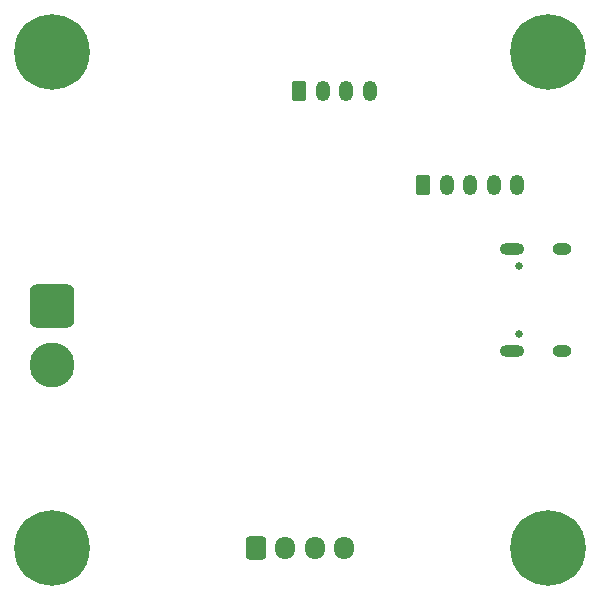
<source format=gbr>
%TF.GenerationSoftware,KiCad,Pcbnew,9.0.1-9.0.1-0~ubuntu22.04.1*%
%TF.CreationDate,2025-04-08T13:36:13+02:00*%
%TF.ProjectId,TMC262_Stepper_Driver,544d4332-3632-45f5-9374-65707065725f,rev?*%
%TF.SameCoordinates,Original*%
%TF.FileFunction,Soldermask,Bot*%
%TF.FilePolarity,Negative*%
%FSLAX46Y46*%
G04 Gerber Fmt 4.6, Leading zero omitted, Abs format (unit mm)*
G04 Created by KiCad (PCBNEW 9.0.1-9.0.1-0~ubuntu22.04.1) date 2025-04-08 13:36:13*
%MOMM*%
%LPD*%
G01*
G04 APERTURE LIST*
G04 Aperture macros list*
%AMRoundRect*
0 Rectangle with rounded corners*
0 $1 Rounding radius*
0 $2 $3 $4 $5 $6 $7 $8 $9 X,Y pos of 4 corners*
0 Add a 4 corners polygon primitive as box body*
4,1,4,$2,$3,$4,$5,$6,$7,$8,$9,$2,$3,0*
0 Add four circle primitives for the rounded corners*
1,1,$1+$1,$2,$3*
1,1,$1+$1,$4,$5*
1,1,$1+$1,$6,$7*
1,1,$1+$1,$8,$9*
0 Add four rect primitives between the rounded corners*
20,1,$1+$1,$2,$3,$4,$5,0*
20,1,$1+$1,$4,$5,$6,$7,0*
20,1,$1+$1,$6,$7,$8,$9,0*
20,1,$1+$1,$8,$9,$2,$3,0*%
G04 Aperture macros list end*
%ADD10RoundRect,0.250000X-0.350000X-0.625000X0.350000X-0.625000X0.350000X0.625000X-0.350000X0.625000X0*%
%ADD11O,1.200000X1.750000*%
%ADD12RoundRect,0.250000X-0.600000X-0.725000X0.600000X-0.725000X0.600000X0.725000X-0.600000X0.725000X0*%
%ADD13O,1.700000X1.950000*%
%ADD14C,0.800000*%
%ADD15C,6.400000*%
%ADD16C,0.650000*%
%ADD17O,2.100000X1.000000*%
%ADD18O,1.600000X1.000000*%
%ADD19RoundRect,0.760000X-1.140000X1.140000X-1.140000X-1.140000X1.140000X-1.140000X1.140000X1.140000X0*%
%ADD20C,3.800000*%
G04 APERTURE END LIST*
D10*
%TO.C,J5*%
X74900000Y-57350000D03*
D11*
X76900000Y-57350000D03*
X78900000Y-57350000D03*
X80900000Y-57350000D03*
%TD*%
D12*
%TO.C,J1*%
X71250000Y-96000000D03*
D13*
X73750000Y-96000000D03*
X76250000Y-96000000D03*
X78750000Y-96000000D03*
%TD*%
D14*
%TO.C,H1*%
X51600000Y-54000000D03*
X52302944Y-52302944D03*
X52302944Y-55697056D03*
X54000000Y-51600000D03*
D15*
X54000000Y-54000000D03*
D14*
X54000000Y-56400000D03*
X55697056Y-52302944D03*
X55697056Y-55697056D03*
X56400000Y-54000000D03*
%TD*%
%TO.C,H4*%
X93600000Y-96000000D03*
X94302944Y-94302944D03*
X94302944Y-97697056D03*
X96000000Y-93600000D03*
D15*
X96000000Y-96000000D03*
D14*
X96000000Y-98400000D03*
X97697056Y-94302944D03*
X97697056Y-97697056D03*
X98400000Y-96000000D03*
%TD*%
%TO.C,H2*%
X93600000Y-54000000D03*
X94302944Y-52302944D03*
X94302944Y-55697056D03*
X96000000Y-51600000D03*
D15*
X96000000Y-54000000D03*
D14*
X96000000Y-56400000D03*
X97697056Y-52302944D03*
X97697056Y-55697056D03*
X98400000Y-54000000D03*
%TD*%
D16*
%TO.C,J3*%
X93500000Y-77890000D03*
X93500000Y-72110000D03*
D17*
X92970000Y-79320000D03*
D18*
X97150000Y-79320000D03*
D17*
X92970000Y-70680000D03*
D18*
X97150000Y-70680000D03*
%TD*%
D19*
%TO.C,J4*%
X54000000Y-75500000D03*
D20*
X54000000Y-80500000D03*
%TD*%
D14*
%TO.C,H3*%
X51600000Y-96000000D03*
X52302944Y-94302944D03*
X52302944Y-97697056D03*
X54000000Y-93600000D03*
D15*
X54000000Y-96000000D03*
D14*
X54000000Y-98400000D03*
X55697056Y-94302944D03*
X55697056Y-97697056D03*
X56400000Y-96000000D03*
%TD*%
D10*
%TO.C,J6*%
X85400000Y-65250000D03*
D11*
X87400000Y-65250000D03*
X89400000Y-65250000D03*
X91400000Y-65250000D03*
X93400000Y-65250000D03*
%TD*%
M02*

</source>
